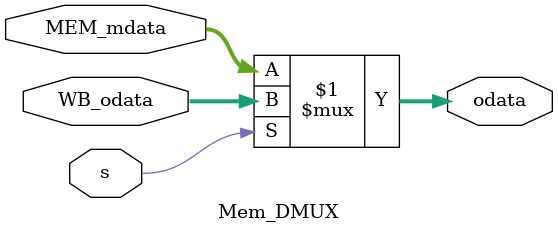
<source format=v>
`timescale 1ns / 1ps

module Mem_DMUX(
    input s,
    input [31:0]MEM_mdata,
    input [31:0]WB_odata,
    output [31:0]odata
    );
    
    assign odata = s ? WB_odata : MEM_mdata;
endmodule

</source>
